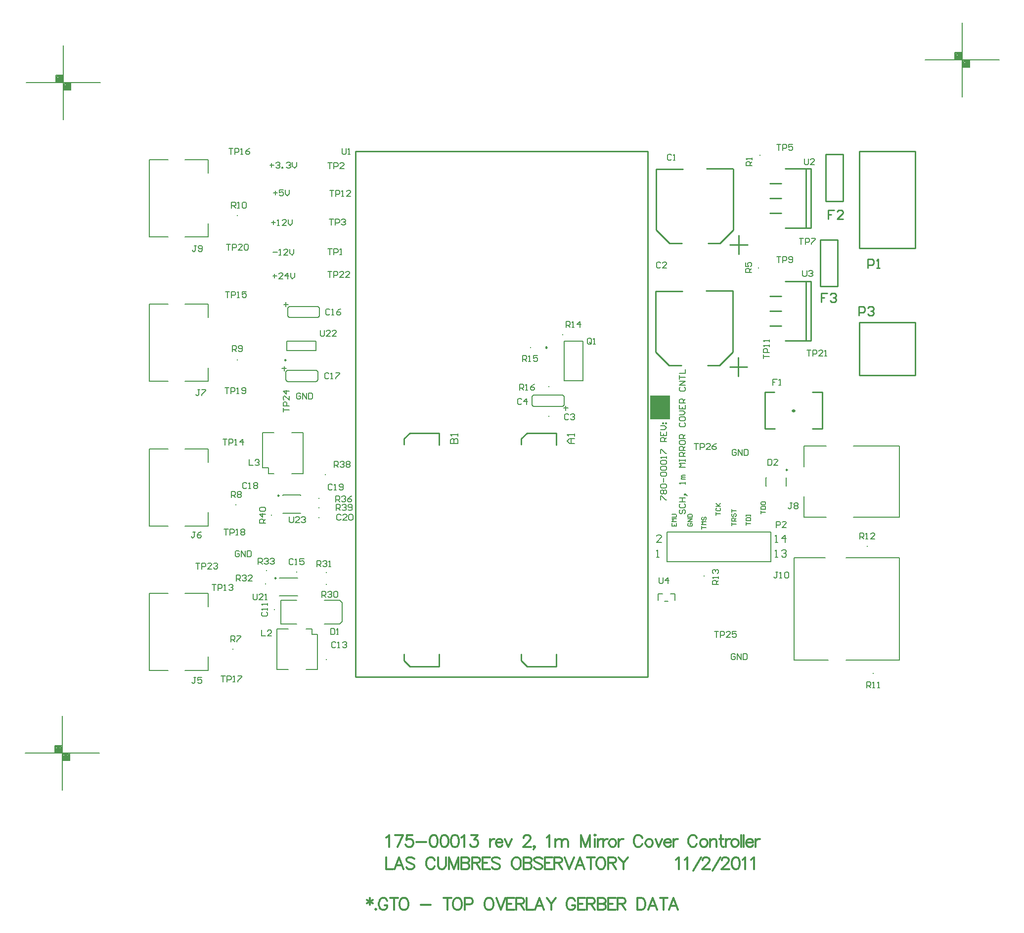
<source format=gto>
%FSLAX23Y23*%
%MOIN*%
G70*
G01*
G75*
G04 Layer_Color=65535*
%ADD10R,0.025X0.100*%
%ADD11R,0.057X0.012*%
%ADD12R,0.025X0.185*%
%ADD13R,0.085X0.138*%
%ADD14R,0.085X0.043*%
%ADD15R,0.085X0.043*%
%ADD16R,0.035X0.053*%
%ADD17R,0.053X0.053*%
%ADD18R,0.070X0.135*%
%ADD19R,0.036X0.036*%
%ADD20R,0.098X0.268*%
%ADD21R,0.078X0.048*%
%ADD22R,0.063X0.075*%
%ADD23R,0.050X0.050*%
%ADD24R,0.079X0.209*%
%ADD25R,0.094X0.130*%
%ADD26O,0.028X0.098*%
%ADD27R,0.087X0.059*%
%ADD28O,0.027X0.010*%
%ADD29R,0.065X0.094*%
%ADD30O,0.024X0.010*%
%ADD31R,0.135X0.070*%
%ADD32R,0.050X0.050*%
%ADD33R,0.115X0.050*%
%ADD34R,0.065X0.135*%
%ADD35C,0.050*%
%ADD36C,0.008*%
%ADD37C,0.005*%
%ADD38C,0.012*%
%ADD39C,0.010*%
%ADD40C,0.020*%
%ADD41C,0.100*%
%ADD42C,0.030*%
%ADD43C,0.025*%
%ADD44C,0.012*%
%ADD45C,0.012*%
%ADD46C,0.060*%
%ADD47C,0.039*%
%ADD48C,0.220*%
%ADD49C,0.020*%
%ADD50C,0.059*%
%ADD51R,0.059X0.059*%
%ADD52C,0.063*%
%ADD53C,0.116*%
%ADD54C,0.065*%
%ADD55C,0.100*%
%ADD56C,0.079*%
%ADD57R,0.059X0.059*%
%ADD58C,0.059*%
%ADD59C,0.087*%
%ADD60R,0.087X0.087*%
%ADD61C,0.157*%
%ADD62C,0.026*%
%ADD63C,0.024*%
%ADD64C,0.050*%
%ADD65C,0.040*%
%ADD66C,0.070*%
G04:AMPARAMS|DCode=67|XSize=90mil|YSize=90mil|CornerRadius=0mil|HoleSize=0mil|Usage=FLASHONLY|Rotation=0.000|XOffset=0mil|YOffset=0mil|HoleType=Round|Shape=Relief|Width=10mil|Gap=10mil|Entries=4|*
%AMTHD67*
7,0,0,0.090,0.070,0.010,45*
%
%ADD67THD67*%
%ADD68C,0.080*%
%ADD69C,0.206*%
%ADD70C,0.075*%
%ADD71C,0.168*%
%ADD72C,0.080*%
%ADD73C,0.103*%
%ADD74C,0.087*%
%ADD75C,0.075*%
%ADD76C,0.076*%
%ADD77C,0.131*%
%ADD78C,0.053*%
G04:AMPARAMS|DCode=79|XSize=110mil|YSize=110mil|CornerRadius=0mil|HoleSize=0mil|Usage=FLASHONLY|Rotation=0.000|XOffset=0mil|YOffset=0mil|HoleType=Round|Shape=Relief|Width=10mil|Gap=10mil|Entries=4|*
%AMTHD79*
7,0,0,0.110,0.090,0.010,45*
%
%ADD79THD79*%
G04:AMPARAMS|DCode=80|XSize=70mil|YSize=70mil|CornerRadius=0mil|HoleSize=0mil|Usage=FLASHONLY|Rotation=0.000|XOffset=0mil|YOffset=0mil|HoleType=Round|Shape=Relief|Width=10mil|Gap=10mil|Entries=4|*
%AMTHD80*
7,0,0,0.070,0.050,0.010,45*
%
%ADD80THD80*%
G04:AMPARAMS|DCode=81|XSize=120mil|YSize=120mil|CornerRadius=0mil|HoleSize=0mil|Usage=FLASHONLY|Rotation=0.000|XOffset=0mil|YOffset=0mil|HoleType=Round|Shape=Relief|Width=10mil|Gap=10mil|Entries=4|*
%AMTHD81*
7,0,0,0.120,0.100,0.010,45*
%
%ADD81THD81*%
%ADD82C,0.068*%
G04:AMPARAMS|DCode=83|XSize=100mil|YSize=100mil|CornerRadius=0mil|HoleSize=0mil|Usage=FLASHONLY|Rotation=0.000|XOffset=0mil|YOffset=0mil|HoleType=Round|Shape=Relief|Width=10mil|Gap=10mil|Entries=4|*
%AMTHD83*
7,0,0,0.100,0.080,0.010,45*
%
%ADD83THD83*%
G04:AMPARAMS|DCode=84|XSize=123mil|YSize=123mil|CornerRadius=0mil|HoleSize=0mil|Usage=FLASHONLY|Rotation=0.000|XOffset=0mil|YOffset=0mil|HoleType=Round|Shape=Relief|Width=10mil|Gap=10mil|Entries=4|*
%AMTHD84*
7,0,0,0.123,0.103,0.010,45*
%
%ADD84THD84*%
G04:AMPARAMS|DCode=85|XSize=95.433mil|YSize=95.433mil|CornerRadius=0mil|HoleSize=0mil|Usage=FLASHONLY|Rotation=0.000|XOffset=0mil|YOffset=0mil|HoleType=Round|Shape=Relief|Width=10mil|Gap=10mil|Entries=4|*
%AMTHD85*
7,0,0,0.095,0.075,0.010,45*
%
%ADD85THD85*%
G04:AMPARAMS|DCode=86|XSize=107.244mil|YSize=107.244mil|CornerRadius=0mil|HoleSize=0mil|Usage=FLASHONLY|Rotation=0.000|XOffset=0mil|YOffset=0mil|HoleType=Round|Shape=Relief|Width=10mil|Gap=10mil|Entries=4|*
%AMTHD86*
7,0,0,0.107,0.087,0.010,45*
%
%ADD86THD86*%
G04:AMPARAMS|DCode=87|XSize=96.221mil|YSize=96.221mil|CornerRadius=0mil|HoleSize=0mil|Usage=FLASHONLY|Rotation=0.000|XOffset=0mil|YOffset=0mil|HoleType=Round|Shape=Relief|Width=10mil|Gap=10mil|Entries=4|*
%AMTHD87*
7,0,0,0.096,0.076,0.010,45*
%
%ADD87THD87*%
G04:AMPARAMS|DCode=88|XSize=150.551mil|YSize=150.551mil|CornerRadius=0mil|HoleSize=0mil|Usage=FLASHONLY|Rotation=0.000|XOffset=0mil|YOffset=0mil|HoleType=Round|Shape=Relief|Width=10mil|Gap=10mil|Entries=4|*
%AMTHD88*
7,0,0,0.151,0.131,0.010,45*
%
%ADD88THD88*%
G04:AMPARAMS|DCode=89|XSize=72.992mil|YSize=72.992mil|CornerRadius=0mil|HoleSize=0mil|Usage=FLASHONLY|Rotation=0.000|XOffset=0mil|YOffset=0mil|HoleType=Round|Shape=Relief|Width=10mil|Gap=10mil|Entries=4|*
%AMTHD89*
7,0,0,0.073,0.053,0.010,45*
%
%ADD89THD89*%
%ADD90C,0.090*%
G04:AMPARAMS|DCode=91|XSize=88mil|YSize=88mil|CornerRadius=0mil|HoleSize=0mil|Usage=FLASHONLY|Rotation=0.000|XOffset=0mil|YOffset=0mil|HoleType=Round|Shape=Relief|Width=10mil|Gap=10mil|Entries=4|*
%AMTHD91*
7,0,0,0.088,0.068,0.010,45*
%
%ADD91THD91*%
%ADD92C,0.010*%
%ADD93C,0.010*%
%ADD94C,0.020*%
%ADD95C,0.008*%
%ADD96C,0.006*%
%ADD97C,0.007*%
%ADD98R,0.136X0.162*%
D36*
X12855Y12680D02*
X12845Y12676D01*
X12841Y12666D01*
Y12618D02*
X12845Y12608D01*
X12855Y12604D01*
X13043D02*
X13053Y12608D01*
X13057Y12618D01*
Y12666D02*
X13053Y12676D01*
X13043Y12680D01*
X14702Y12437D02*
X14712Y12441D01*
X14716Y12451D01*
Y12499D02*
X14712Y12509D01*
X14702Y12513D01*
X14514D02*
X14504Y12509D01*
X14500Y12499D01*
Y12451D02*
X14504Y12441D01*
X14514Y12437D01*
X12866Y13111D02*
X12856Y13107D01*
X12852Y13097D01*
Y13049D02*
X12856Y13039D01*
X12866Y13035D01*
X13054D02*
X13064Y13039D01*
X13068Y13049D01*
Y13097D02*
X13064Y13107D01*
X13054Y13111D01*
X13057Y12618D02*
Y12666D01*
X12841Y12618D02*
Y12666D01*
X12855Y12680D02*
X13043D01*
X12855Y12604D02*
X13043D01*
X14500Y12451D02*
Y12499D01*
X14716Y12451D02*
Y12499D01*
X14514Y12437D02*
X14702D01*
X14514Y12513D02*
X14702D01*
X13068Y13049D02*
Y13097D01*
X12852Y13049D02*
Y13097D01*
X12866Y13111D02*
X13054D01*
X12866Y13035D02*
X13054D01*
X16336Y14107D02*
Y14074D01*
X16343Y14067D01*
X16356D01*
X16363Y14074D01*
Y14107D01*
X16403Y14067D02*
X16376D01*
X16403Y14094D01*
Y14101D01*
X16396Y14107D01*
X16383D01*
X16376Y14101D01*
X13219Y14175D02*
Y14142D01*
X13226Y14135D01*
X13239D01*
X13246Y14142D01*
Y14175D01*
X13259Y14135D02*
X13272D01*
X13266D01*
Y14175D01*
X13259Y14169D01*
X14900Y12864D02*
Y12891D01*
X14893Y12897D01*
X14880D01*
X14873Y12891D01*
Y12864D01*
X14880Y12857D01*
X14893D01*
X14886Y12871D02*
X14900Y12857D01*
X14893D02*
X14900Y12864D01*
X14913Y12857D02*
X14926D01*
X14920D01*
Y12897D01*
X14913Y12891D01*
X16091Y12081D02*
Y12041D01*
X16111D01*
X16118Y12048D01*
Y12075D01*
X16111Y12081D01*
X16091D01*
X16158Y12041D02*
X16131D01*
X16158Y12068D01*
Y12075D01*
X16151Y12081D01*
X16138D01*
X16131Y12075D01*
X15595Y12187D02*
X15622D01*
X15608D01*
Y12147D01*
X15635D02*
Y12187D01*
X15655D01*
X15662Y12181D01*
Y12167D01*
X15655Y12161D01*
X15635D01*
X15702Y12147D02*
X15675D01*
X15702Y12174D01*
Y12181D01*
X15695Y12187D01*
X15682D01*
X15675Y12181D01*
X15742Y12187D02*
X15728Y12181D01*
X15715Y12167D01*
Y12154D01*
X15722Y12147D01*
X15735D01*
X15742Y12154D01*
Y12161D01*
X15735Y12167D01*
X15715D01*
X15357Y11282D02*
Y11248D01*
X15363Y11242D01*
X15377D01*
X15383Y11248D01*
Y11282D01*
X15417Y11242D02*
Y11282D01*
X15397Y11262D01*
X15423D01*
X15439Y14131D02*
X15432Y14137D01*
X15419D01*
X15412Y14131D01*
Y14104D01*
X15419Y14097D01*
X15432D01*
X15439Y14104D01*
X15452Y14097D02*
X15465D01*
X15459D01*
Y14137D01*
X15452Y14131D01*
X13131Y12657D02*
X13124Y12663D01*
X13111D01*
X13104Y12657D01*
Y12630D01*
X13111Y12623D01*
X13124D01*
X13131Y12630D01*
X13144Y12623D02*
X13157D01*
X13151D01*
Y12663D01*
X13144Y12657D01*
X13177Y12663D02*
X13204D01*
Y12657D01*
X13177Y12630D01*
Y12623D01*
X13155Y11906D02*
X13148Y11913D01*
X13135D01*
X13128Y11906D01*
Y11879D01*
X13135Y11873D01*
X13148D01*
X13155Y11879D01*
X13168Y11873D02*
X13181D01*
X13175D01*
Y11913D01*
X13168Y11906D01*
X13201Y11879D02*
X13208Y11873D01*
X13221D01*
X13228Y11879D01*
Y11906D01*
X13221Y11913D01*
X13208D01*
X13201Y11906D01*
Y11899D01*
X13208Y11893D01*
X13228D01*
X14416Y12545D02*
Y12585D01*
X14436D01*
X14443Y12579D01*
Y12565D01*
X14436Y12559D01*
X14416D01*
X14429D02*
X14443Y12545D01*
X14456D02*
X14469D01*
X14463D01*
Y12585D01*
X14456Y12579D01*
X14516Y12585D02*
X14503Y12579D01*
X14489Y12565D01*
Y12552D01*
X14496Y12545D01*
X14509D01*
X14516Y12552D01*
Y12559D01*
X14509Y12565D01*
X14489D01*
X16152Y12619D02*
X16125D01*
Y12599D01*
X16138D01*
X16125D01*
Y12579D01*
X16165D02*
X16178D01*
X16172D01*
Y12619D01*
X16165Y12613D01*
X13142Y10938D02*
Y10898D01*
X13162D01*
X13169Y10904D01*
Y10931D01*
X13162Y10938D01*
X13142D01*
X13182Y10898D02*
X13195D01*
X13189D01*
Y10938D01*
X13182Y10931D01*
X13072Y12948D02*
Y12915D01*
X13079Y12908D01*
X13092D01*
X13099Y12915D01*
Y12948D01*
X13139Y12908D02*
X13112D01*
X13139Y12935D01*
Y12942D01*
X13132Y12948D01*
X13119D01*
X13112Y12942D01*
X13179Y12908D02*
X13152D01*
X13179Y12935D01*
Y12942D01*
X13172Y12948D01*
X13159D01*
X13152Y12942D01*
X16157Y11319D02*
X16143D01*
X16150D01*
Y11286D01*
X16143Y11279D01*
X16137D01*
X16130Y11286D01*
X16170Y11279D02*
X16183D01*
X16177D01*
Y11319D01*
X16170Y11313D01*
X16203D02*
X16210Y11319D01*
X16223D01*
X16230Y11313D01*
Y11286D01*
X16223Y11279D01*
X16210D01*
X16203Y11286D01*
Y11313D01*
X12678Y10928D02*
Y10888D01*
X12705D01*
X12745D02*
X12718D01*
X12745Y10914D01*
Y10921D01*
X12738Y10928D01*
X12725D01*
X12718Y10921D01*
X16147Y11621D02*
Y11661D01*
X16167D01*
X16174Y11655D01*
Y11641D01*
X16167Y11635D01*
X16147D01*
X16214Y11621D02*
X16187D01*
X16214Y11648D01*
Y11655D01*
X16207Y11661D01*
X16194D01*
X16187Y11655D01*
X15373Y11521D02*
X15340D01*
X15373Y11555D01*
Y11563D01*
X15365Y11571D01*
X15348D01*
X15340Y11563D01*
Y11421D02*
X15357D01*
X15348D01*
Y11471D01*
X15340Y11463D01*
X16140Y11521D02*
X16157D01*
X16148D01*
Y11571D01*
X16140Y11563D01*
X16207Y11521D02*
Y11571D01*
X16182Y11546D01*
X16215D01*
X16140Y11421D02*
X16157D01*
X16148D01*
Y11471D01*
X16140Y11463D01*
X16182D02*
X16190Y11471D01*
X16207D01*
X16215Y11463D01*
Y11455D01*
X16207Y11446D01*
X16198D01*
X16207D01*
X16215Y11438D01*
Y11430D01*
X16207Y11421D01*
X16190D01*
X16182Y11430D01*
X12865Y11694D02*
Y11660D01*
X12872Y11654D01*
X12885D01*
X12892Y11660D01*
Y11694D01*
X12932Y11654D02*
X12905D01*
X12932Y11680D01*
Y11687D01*
X12925Y11694D01*
X12912D01*
X12905Y11687D01*
X12945D02*
X12952Y11694D01*
X12965D01*
X12972Y11687D01*
Y11680D01*
X12965Y11674D01*
X12959D01*
X12965D01*
X12972Y11667D01*
Y11660D01*
X12965Y11654D01*
X12952D01*
X12945Y11660D01*
X12620Y11172D02*
Y11138D01*
X12627Y11132D01*
X12640D01*
X12647Y11138D01*
Y11172D01*
X12687Y11132D02*
X12660D01*
X12687Y11158D01*
Y11165D01*
X12680Y11172D01*
X12667D01*
X12660Y11165D01*
X12700Y11132D02*
X12713D01*
X12707D01*
Y11172D01*
X12700Y11165D01*
X16254Y11786D02*
X16240D01*
X16247D01*
Y11753D01*
X16240Y11746D01*
X16234D01*
X16227Y11753D01*
X16267Y11780D02*
X16274Y11786D01*
X16287D01*
X16294Y11780D01*
Y11773D01*
X16287Y11766D01*
X16294Y11760D01*
Y11753D01*
X16287Y11746D01*
X16274D01*
X16267Y11753D01*
Y11760D01*
X16274Y11766D01*
X16267Y11773D01*
Y11780D01*
X16274Y11766D02*
X16287D01*
X16325Y13353D02*
Y13320D01*
X16332Y13313D01*
X16345D01*
X16352Y13320D01*
Y13353D01*
X16365Y13347D02*
X16372Y13353D01*
X16385D01*
X16392Y13347D01*
Y13340D01*
X16385Y13333D01*
X16378D01*
X16385D01*
X16392Y13327D01*
Y13320D01*
X16385Y13313D01*
X16372D01*
X16365Y13320D01*
X16061Y12760D02*
Y12787D01*
Y12773D01*
X16101D01*
Y12800D02*
X16061D01*
Y12820D01*
X16067Y12827D01*
X16081D01*
X16087Y12820D01*
Y12800D01*
X16101Y12840D02*
Y12853D01*
Y12847D01*
X16061D01*
X16067Y12840D01*
X16101Y12873D02*
Y12887D01*
Y12880D01*
X16061D01*
X16067Y12873D01*
X16151Y13445D02*
X16178D01*
X16164D01*
Y13405D01*
X16191D02*
Y13445D01*
X16211D01*
X16218Y13439D01*
Y13425D01*
X16211Y13419D01*
X16191D01*
X16231Y13412D02*
X16238Y13405D01*
X16251D01*
X16258Y13412D01*
Y13439D01*
X16251Y13445D01*
X16238D01*
X16231Y13439D01*
Y13432D01*
X16238Y13425D01*
X16258D01*
X16302Y13568D02*
X16329D01*
X16315D01*
Y13528D01*
X16342D02*
Y13568D01*
X16362D01*
X16369Y13562D01*
Y13548D01*
X16362Y13542D01*
X16342D01*
X16382Y13568D02*
X16409D01*
Y13562D01*
X16382Y13535D01*
Y13528D01*
X16149Y14203D02*
X16176D01*
X16162D01*
Y14163D01*
X16189D02*
Y14203D01*
X16209D01*
X16216Y14197D01*
Y14183D01*
X16209Y14177D01*
X16189D01*
X16256Y14203D02*
X16229D01*
Y14183D01*
X16242Y14190D01*
X16249D01*
X16256Y14183D01*
Y14170D01*
X16249Y14163D01*
X16236D01*
X16229Y14170D01*
X15981Y13339D02*
X15941D01*
Y13359D01*
X15948Y13366D01*
X15961D01*
X15968Y13359D01*
Y13339D01*
Y13353D02*
X15981Y13366D01*
X15941Y13406D02*
Y13379D01*
X15961D01*
X15954Y13393D01*
Y13399D01*
X15961Y13406D01*
X15974D01*
X15981Y13399D01*
Y13386D01*
X15974Y13379D01*
X15983Y14059D02*
X15943D01*
Y14079D01*
X15950Y14086D01*
X15963D01*
X15970Y14079D01*
Y14059D01*
Y14073D02*
X15983Y14086D01*
Y14099D02*
Y14113D01*
Y14106D01*
X15943D01*
X15950Y14099D01*
X12237Y13521D02*
X12223D01*
X12230D01*
Y13488D01*
X12223Y13481D01*
X12217D01*
X12210Y13488D01*
X12250D02*
X12257Y13481D01*
X12270D01*
X12277Y13488D01*
Y13515D01*
X12270Y13521D01*
X12257D01*
X12250Y13515D01*
Y13508D01*
X12257Y13501D01*
X12277D01*
X12261Y12549D02*
X12247D01*
X12254D01*
Y12516D01*
X12247Y12509D01*
X12241D01*
X12234Y12516D01*
X12274Y12549D02*
X12301D01*
Y12543D01*
X12274Y12516D01*
Y12509D01*
X12229Y11591D02*
X12215D01*
X12222D01*
Y11558D01*
X12215Y11551D01*
X12209D01*
X12202Y11558D01*
X12269Y11591D02*
X12255Y11585D01*
X12242Y11571D01*
Y11558D01*
X12249Y11551D01*
X12262D01*
X12269Y11558D01*
Y11565D01*
X12262Y11571D01*
X12242D01*
X12235Y10608D02*
X12221D01*
X12228D01*
Y10575D01*
X12221Y10568D01*
X12215D01*
X12208Y10575D01*
X12275Y10608D02*
X12248D01*
Y10588D01*
X12261Y10595D01*
X12268D01*
X12275Y10588D01*
Y10575D01*
X12268Y10568D01*
X12255D01*
X12248Y10575D01*
X15366Y13403D02*
X15360Y13410D01*
X15346D01*
X15340Y13403D01*
Y13376D01*
X15346Y13370D01*
X15360D01*
X15366Y13376D01*
X15406Y13370D02*
X15380D01*
X15406Y13396D01*
Y13403D01*
X15400Y13410D01*
X15386D01*
X15380Y13403D01*
X12471Y10850D02*
Y10890D01*
X12491D01*
X12498Y10884D01*
Y10870D01*
X12491Y10864D01*
X12471D01*
X12484D02*
X12498Y10850D01*
X12511Y10890D02*
X12538D01*
Y10884D01*
X12511Y10857D01*
Y10850D01*
X12473Y11823D02*
Y11863D01*
X12493D01*
X12500Y11857D01*
Y11843D01*
X12493Y11837D01*
X12473D01*
X12486D02*
X12500Y11823D01*
X12513Y11857D02*
X12520Y11863D01*
X12533D01*
X12540Y11857D01*
Y11850D01*
X12533Y11843D01*
X12540Y11837D01*
Y11830D01*
X12533Y11823D01*
X12520D01*
X12513Y11830D01*
Y11837D01*
X12520Y11843D01*
X12513Y11850D01*
Y11857D01*
X12520Y11843D02*
X12533D01*
X12480Y12806D02*
Y12846D01*
X12500D01*
X12507Y12840D01*
Y12826D01*
X12500Y12820D01*
X12480D01*
X12493D02*
X12507Y12806D01*
X12520Y12813D02*
X12527Y12806D01*
X12540D01*
X12547Y12813D01*
Y12840D01*
X12540Y12846D01*
X12527D01*
X12520Y12840D01*
Y12833D01*
X12527Y12826D01*
X12547D01*
X12475Y13774D02*
Y13814D01*
X12495D01*
X12502Y13808D01*
Y13794D01*
X12495Y13788D01*
X12475D01*
X12488D02*
X12502Y13774D01*
X12515D02*
X12528D01*
X12522D01*
Y13814D01*
X12515Y13808D01*
X12548D02*
X12555Y13814D01*
X12568D01*
X12575Y13808D01*
Y13781D01*
X12568Y13774D01*
X12555D01*
X12548Y13781D01*
Y13808D01*
X16758Y10540D02*
Y10580D01*
X16778D01*
X16785Y10574D01*
Y10560D01*
X16778Y10554D01*
X16758D01*
X16771D02*
X16785Y10540D01*
X16798D02*
X16811D01*
X16805D01*
Y10580D01*
X16798Y10574D01*
X16831Y10540D02*
X16845D01*
X16838D01*
Y10580D01*
X16831Y10574D01*
X16709Y11542D02*
Y11582D01*
X16729D01*
X16736Y11576D01*
Y11562D01*
X16729Y11556D01*
X16709D01*
X16722D02*
X16736Y11542D01*
X16749D02*
X16762D01*
X16756D01*
Y11582D01*
X16749Y11576D01*
X16809Y11542D02*
X16782D01*
X16809Y11569D01*
Y11576D01*
X16802Y11582D01*
X16789D01*
X16782Y11576D01*
X15758Y11235D02*
X15718D01*
Y11255D01*
X15725Y11262D01*
X15738D01*
X15745Y11255D01*
Y11235D01*
Y11249D02*
X15758Y11262D01*
Y11275D02*
Y11289D01*
Y11282D01*
X15718D01*
X15725Y11275D01*
Y11309D02*
X15718Y11315D01*
Y11329D01*
X15725Y11335D01*
X15731D01*
X15738Y11329D01*
Y11322D01*
Y11329D01*
X15745Y11335D01*
X15751D01*
X15758Y11329D01*
Y11315D01*
X15751Y11309D01*
X13135Y13699D02*
X13162D01*
X13148D01*
Y13659D01*
X13175D02*
Y13699D01*
X13195D01*
X13202Y13693D01*
Y13679D01*
X13195Y13673D01*
X13175D01*
X13215Y13693D02*
X13222Y13699D01*
X13235D01*
X13242Y13693D01*
Y13686D01*
X13235Y13679D01*
X13228D01*
X13235D01*
X13242Y13673D01*
Y13666D01*
X13235Y13659D01*
X13222D01*
X13215Y13666D01*
X13166Y12026D02*
Y12066D01*
X13186D01*
X13193Y12060D01*
Y12046D01*
X13186Y12040D01*
X13166D01*
X13179D02*
X13193Y12026D01*
X13206Y12060D02*
X13213Y12066D01*
X13226D01*
X13233Y12060D01*
Y12053D01*
X13226Y12046D01*
X13219D01*
X13226D01*
X13233Y12040D01*
Y12033D01*
X13226Y12026D01*
X13213D01*
X13206Y12033D01*
X13246Y12060D02*
X13253Y12066D01*
X13266D01*
X13273Y12060D01*
Y12053D01*
X13266Y12046D01*
X13273Y12040D01*
Y12033D01*
X13266Y12026D01*
X13253D01*
X13246Y12033D01*
Y12040D01*
X13253Y12046D01*
X13246Y12053D01*
Y12060D01*
X13253Y12046D02*
X13266D01*
X13181Y11735D02*
Y11775D01*
X13201D01*
X13208Y11768D01*
Y11755D01*
X13201Y11748D01*
X13181D01*
X13195D02*
X13208Y11735D01*
X13221Y11768D02*
X13228Y11775D01*
X13241D01*
X13248Y11768D01*
Y11761D01*
X13241Y11755D01*
X13235D01*
X13241D01*
X13248Y11748D01*
Y11741D01*
X13241Y11735D01*
X13228D01*
X13221Y11741D01*
X13261D02*
X13268Y11735D01*
X13281D01*
X13288Y11741D01*
Y11768D01*
X13281Y11775D01*
X13268D01*
X13261Y11768D01*
Y11761D01*
X13268Y11755D01*
X13288D01*
X12594Y12078D02*
Y12038D01*
X12621D01*
X12634Y12071D02*
X12641Y12078D01*
X12654D01*
X12661Y12071D01*
Y12064D01*
X12654Y12058D01*
X12648D01*
X12654D01*
X12661Y12051D01*
Y12044D01*
X12654Y12038D01*
X12641D01*
X12634Y12044D01*
X12577Y11917D02*
X12570Y11924D01*
X12557D01*
X12550Y11917D01*
Y11890D01*
X12557Y11884D01*
X12570D01*
X12577Y11890D01*
X12590Y11884D02*
X12604D01*
X12597D01*
Y11924D01*
X12590Y11917D01*
X12624D02*
X12630Y11924D01*
X12644D01*
X12650Y11917D01*
Y11910D01*
X12644Y11904D01*
X12650Y11897D01*
Y11890D01*
X12644Y11884D01*
X12630D01*
X12624Y11890D01*
Y11897D01*
X12630Y11904D01*
X12624Y11910D01*
Y11917D01*
X12630Y11904D02*
X12644D01*
X13178Y11794D02*
Y11834D01*
X13198D01*
X13205Y11827D01*
Y11814D01*
X13198Y11807D01*
X13178D01*
X13192D02*
X13205Y11794D01*
X13218Y11827D02*
X13225Y11834D01*
X13238D01*
X13245Y11827D01*
Y11820D01*
X13238Y11814D01*
X13232D01*
X13238D01*
X13245Y11807D01*
Y11800D01*
X13238Y11794D01*
X13225D01*
X13218Y11800D01*
X13285Y11834D02*
X13272Y11827D01*
X13258Y11814D01*
Y11800D01*
X13265Y11794D01*
X13278D01*
X13285Y11800D01*
Y11807D01*
X13278Y11814D01*
X13258D01*
X13212Y11702D02*
X13205Y11709D01*
X13192D01*
X13185Y11702D01*
Y11675D01*
X13192Y11669D01*
X13205D01*
X13212Y11675D01*
X13252Y11669D02*
X13225D01*
X13252Y11695D01*
Y11702D01*
X13245Y11709D01*
X13232D01*
X13225Y11702D01*
X13265D02*
X13272Y11709D01*
X13285D01*
X13292Y11702D01*
Y11675D01*
X13285Y11669D01*
X13272D01*
X13265Y11675D01*
Y11702D01*
X12703Y11651D02*
X12663D01*
Y11671D01*
X12670Y11677D01*
X12683D01*
X12690Y11671D01*
Y11651D01*
Y11664D02*
X12703Y11677D01*
Y11711D02*
X12663D01*
X12683Y11691D01*
Y11717D01*
X12670Y11731D02*
X12663Y11737D01*
Y11751D01*
X12670Y11757D01*
X12697D01*
X12703Y11751D01*
Y11737D01*
X12697Y11731D01*
X12670D01*
X12685Y11048D02*
X12678Y11042D01*
Y11028D01*
X12685Y11022D01*
X12711D01*
X12718Y11028D01*
Y11042D01*
X12711Y11048D01*
X12718Y11062D02*
Y11075D01*
Y11068D01*
X12678D01*
X12685Y11062D01*
X12718Y11095D02*
Y11108D01*
Y11102D01*
X12678D01*
X12685Y11095D01*
X12655Y11374D02*
Y11414D01*
X12675D01*
X12682Y11407D01*
Y11394D01*
X12675Y11387D01*
X12655D01*
X12668D02*
X12682Y11374D01*
X12695Y11407D02*
X12702Y11414D01*
X12715D01*
X12722Y11407D01*
Y11400D01*
X12715Y11394D01*
X12708D01*
X12715D01*
X12722Y11387D01*
Y11380D01*
X12715Y11374D01*
X12702D01*
X12695Y11380D01*
X12735Y11407D02*
X12742Y11414D01*
X12755D01*
X12762Y11407D01*
Y11400D01*
X12755Y11394D01*
X12748D01*
X12755D01*
X12762Y11387D01*
Y11380D01*
X12755Y11374D01*
X12742D01*
X12735Y11380D01*
X13049Y11356D02*
Y11396D01*
X13069D01*
X13076Y11389D01*
Y11376D01*
X13069Y11369D01*
X13049D01*
X13062D02*
X13076Y11356D01*
X13089Y11389D02*
X13096Y11396D01*
X13109D01*
X13116Y11389D01*
Y11382D01*
X13109Y11376D01*
X13102D01*
X13109D01*
X13116Y11369D01*
Y11362D01*
X13109Y11356D01*
X13096D01*
X13089Y11362D01*
X13129Y11356D02*
X13142D01*
X13136D01*
Y11396D01*
X13129Y11389D01*
X13082Y11150D02*
Y11190D01*
X13102D01*
X13109Y11183D01*
Y11170D01*
X13102Y11163D01*
X13082D01*
X13095D02*
X13109Y11150D01*
X13122Y11183D02*
X13129Y11190D01*
X13142D01*
X13149Y11183D01*
Y11176D01*
X13142Y11170D01*
X13135D01*
X13142D01*
X13149Y11163D01*
Y11156D01*
X13142Y11150D01*
X13129D01*
X13122Y11156D01*
X13162Y11183D02*
X13169Y11190D01*
X13182D01*
X13189Y11183D01*
Y11156D01*
X13182Y11150D01*
X13169D01*
X13162Y11156D01*
Y11183D01*
X12508Y11258D02*
Y11298D01*
X12528D01*
X12535Y11292D01*
Y11278D01*
X12528Y11272D01*
X12508D01*
X12521D02*
X12535Y11258D01*
X12548Y11292D02*
X12555Y11298D01*
X12568D01*
X12575Y11292D01*
Y11285D01*
X12568Y11278D01*
X12561D01*
X12568D01*
X12575Y11272D01*
Y11265D01*
X12568Y11258D01*
X12555D01*
X12548Y11265D01*
X12615Y11258D02*
X12588D01*
X12615Y11285D01*
Y11292D01*
X12608Y11298D01*
X12595D01*
X12588Y11292D01*
X12889Y11404D02*
X12882Y11411D01*
X12869D01*
X12862Y11404D01*
Y11377D01*
X12869Y11371D01*
X12882D01*
X12889Y11377D01*
X12902Y11371D02*
X12915D01*
X12909D01*
Y11411D01*
X12902Y11404D01*
X12962Y11411D02*
X12935D01*
Y11391D01*
X12949Y11397D01*
X12955D01*
X12962Y11391D01*
Y11377D01*
X12955Y11371D01*
X12942D01*
X12935Y11377D01*
X13178Y10843D02*
X13171Y10850D01*
X13158D01*
X13151Y10843D01*
Y10816D01*
X13158Y10810D01*
X13171D01*
X13178Y10816D01*
X13191Y10810D02*
X13204D01*
X13198D01*
Y10850D01*
X13191Y10843D01*
X13224D02*
X13231Y10850D01*
X13244D01*
X13251Y10843D01*
Y10836D01*
X13244Y10830D01*
X13238D01*
X13244D01*
X13251Y10823D01*
Y10816D01*
X13244Y10810D01*
X13231D01*
X13224Y10816D01*
X13125Y14080D02*
X13152D01*
X13138D01*
Y14040D01*
X13165D02*
Y14080D01*
X13185D01*
X13192Y14074D01*
Y14060D01*
X13185Y14054D01*
X13165D01*
X13232Y14040D02*
X13205D01*
X13232Y14067D01*
Y14074D01*
X13225Y14080D01*
X13212D01*
X13205Y14074D01*
X14747Y12379D02*
X14740Y12385D01*
X14727D01*
X14720Y12379D01*
Y12352D01*
X14727Y12345D01*
X14740D01*
X14747Y12352D01*
X14760Y12379D02*
X14767Y12385D01*
X14780D01*
X14787Y12379D01*
Y12372D01*
X14780Y12365D01*
X14773D01*
X14780D01*
X14787Y12359D01*
Y12352D01*
X14780Y12345D01*
X14767D01*
X14760Y12352D01*
X14431Y12483D02*
X14424Y12489D01*
X14411D01*
X14404Y12483D01*
Y12456D01*
X14411Y12449D01*
X14424D01*
X14431Y12456D01*
X14464Y12449D02*
Y12489D01*
X14444Y12469D01*
X14471D01*
X13137Y13088D02*
X13130Y13094D01*
X13117D01*
X13110Y13088D01*
Y13061D01*
X13117Y13054D01*
X13130D01*
X13137Y13061D01*
X13150Y13054D02*
X13163D01*
X13157D01*
Y13094D01*
X13150Y13088D01*
X13210Y13094D02*
X13197Y13088D01*
X13183Y13074D01*
Y13061D01*
X13190Y13054D01*
X13203D01*
X13210Y13061D01*
Y13068D01*
X13203Y13074D01*
X13183D01*
X14731Y12969D02*
Y13009D01*
X14751D01*
X14758Y13003D01*
Y12989D01*
X14751Y12983D01*
X14731D01*
X14744D02*
X14758Y12969D01*
X14771D02*
X14784D01*
X14778D01*
Y13009D01*
X14771Y13003D01*
X14824Y12969D02*
Y13009D01*
X14804Y12989D01*
X14831D01*
X14438Y12738D02*
Y12778D01*
X14458D01*
X14465Y12772D01*
Y12758D01*
X14458Y12752D01*
X14438D01*
X14451D02*
X14465Y12738D01*
X14478D02*
X14491D01*
X14485D01*
Y12778D01*
X14478Y12772D01*
X14538Y12778D02*
X14511D01*
Y12758D01*
X14525Y12765D01*
X14531D01*
X14538Y12758D01*
Y12745D01*
X14531Y12738D01*
X14518D01*
X14511Y12745D01*
X13125Y13500D02*
X13152D01*
X13138D01*
Y13460D01*
X13165D02*
Y13500D01*
X13185D01*
X13192Y13494D01*
Y13480D01*
X13185Y13474D01*
X13165D01*
X13205Y13460D02*
X13218D01*
X13212D01*
Y13500D01*
X13205Y13494D01*
X13136Y13892D02*
X13163D01*
X13149D01*
Y13852D01*
X13176D02*
Y13892D01*
X13196D01*
X13203Y13886D01*
Y13872D01*
X13196Y13866D01*
X13176D01*
X13216Y13852D02*
X13229D01*
X13223D01*
Y13892D01*
X13216Y13886D01*
X13276Y13852D02*
X13249D01*
X13276Y13879D01*
Y13886D01*
X13269Y13892D01*
X13256D01*
X13249Y13886D01*
X12344Y11236D02*
X12371D01*
X12357D01*
Y11196D01*
X12384D02*
Y11236D01*
X12404D01*
X12411Y11230D01*
Y11216D01*
X12404Y11210D01*
X12384D01*
X12424Y11196D02*
X12437D01*
X12431D01*
Y11236D01*
X12424Y11230D01*
X12457D02*
X12464Y11236D01*
X12477D01*
X12484Y11230D01*
Y11223D01*
X12477Y11216D01*
X12471D01*
X12477D01*
X12484Y11210D01*
Y11203D01*
X12477Y11196D01*
X12464D01*
X12457Y11203D01*
X12416Y12215D02*
X12443D01*
X12429D01*
Y12175D01*
X12456D02*
Y12215D01*
X12476D01*
X12483Y12209D01*
Y12195D01*
X12476Y12189D01*
X12456D01*
X12496Y12175D02*
X12509D01*
X12503D01*
Y12215D01*
X12496Y12209D01*
X12549Y12175D02*
Y12215D01*
X12529Y12195D01*
X12556D01*
X12433Y13211D02*
X12460D01*
X12446D01*
Y13171D01*
X12473D02*
Y13211D01*
X12493D01*
X12500Y13205D01*
Y13191D01*
X12493Y13185D01*
X12473D01*
X12513Y13171D02*
X12526D01*
X12520D01*
Y13211D01*
X12513Y13205D01*
X12573Y13211D02*
X12546D01*
Y13191D01*
X12560Y13198D01*
X12566D01*
X12573Y13191D01*
Y13178D01*
X12566Y13171D01*
X12553D01*
X12546Y13178D01*
X12456Y14175D02*
X12483D01*
X12469D01*
Y14135D01*
X12496D02*
Y14175D01*
X12516D01*
X12523Y14169D01*
Y14155D01*
X12516Y14149D01*
X12496D01*
X12536Y14135D02*
X12549D01*
X12543D01*
Y14175D01*
X12536Y14169D01*
X12596Y14175D02*
X12583Y14169D01*
X12569Y14155D01*
Y14142D01*
X12576Y14135D01*
X12589D01*
X12596Y14142D01*
Y14149D01*
X12589Y14155D01*
X12569D01*
X12405Y10620D02*
X12432D01*
X12418D01*
Y10580D01*
X12445D02*
Y10620D01*
X12465D01*
X12472Y10614D01*
Y10600D01*
X12465Y10594D01*
X12445D01*
X12485Y10580D02*
X12498D01*
X12492D01*
Y10620D01*
X12485Y10614D01*
X12518Y10620D02*
X12545D01*
Y10614D01*
X12518Y10587D01*
Y10580D01*
X12425Y11608D02*
X12452D01*
X12438D01*
Y11568D01*
X12465D02*
Y11608D01*
X12485D01*
X12492Y11602D01*
Y11588D01*
X12485Y11582D01*
X12465D01*
X12505Y11568D02*
X12518D01*
X12512D01*
Y11608D01*
X12505Y11602D01*
X12538D02*
X12545Y11608D01*
X12558D01*
X12565Y11602D01*
Y11595D01*
X12558Y11588D01*
X12565Y11582D01*
Y11575D01*
X12558Y11568D01*
X12545D01*
X12538Y11575D01*
Y11582D01*
X12545Y11588D01*
X12538Y11595D01*
Y11602D01*
X12545Y11588D02*
X12558D01*
X12431Y12563D02*
X12458D01*
X12444D01*
Y12523D01*
X12471D02*
Y12563D01*
X12491D01*
X12498Y12557D01*
Y12543D01*
X12491Y12537D01*
X12471D01*
X12511Y12523D02*
X12524D01*
X12518D01*
Y12563D01*
X12511Y12557D01*
X12544Y12530D02*
X12551Y12523D01*
X12564D01*
X12571Y12530D01*
Y12557D01*
X12564Y12563D01*
X12551D01*
X12544Y12557D01*
Y12550D01*
X12551Y12543D01*
X12571D01*
X12439Y13531D02*
X12466D01*
X12452D01*
Y13491D01*
X12479D02*
Y13531D01*
X12499D01*
X12506Y13525D01*
Y13511D01*
X12499Y13505D01*
X12479D01*
X12546Y13491D02*
X12519D01*
X12546Y13518D01*
Y13525D01*
X12539Y13531D01*
X12526D01*
X12519Y13525D01*
X12559D02*
X12566Y13531D01*
X12579D01*
X12586Y13525D01*
Y13498D01*
X12579Y13491D01*
X12566D01*
X12559Y13498D01*
Y13525D01*
X16353Y12816D02*
X16379D01*
X16366D01*
Y12776D01*
X16393D02*
Y12816D01*
X16413D01*
X16419Y12809D01*
Y12796D01*
X16413Y12789D01*
X16393D01*
X16459Y12776D02*
X16433D01*
X16459Y12802D01*
Y12809D01*
X16452Y12816D01*
X16439D01*
X16433Y12809D01*
X16472Y12776D02*
X16486D01*
X16479D01*
Y12816D01*
X16472Y12809D01*
X13124Y13347D02*
X13151D01*
X13137D01*
Y13307D01*
X13164D02*
Y13347D01*
X13184D01*
X13191Y13341D01*
Y13327D01*
X13184Y13321D01*
X13164D01*
X13231Y13307D02*
X13204D01*
X13231Y13334D01*
Y13341D01*
X13224Y13347D01*
X13211D01*
X13204Y13341D01*
X13271Y13307D02*
X13244D01*
X13271Y13334D01*
Y13341D01*
X13264Y13347D01*
X13251D01*
X13244Y13341D01*
X12233Y11381D02*
X12260D01*
X12246D01*
Y11341D01*
X12273D02*
Y11381D01*
X12293D01*
X12300Y11375D01*
Y11361D01*
X12293Y11355D01*
X12273D01*
X12340Y11341D02*
X12313D01*
X12340Y11368D01*
Y11375D01*
X12333Y11381D01*
X12320D01*
X12313Y11375D01*
X12353D02*
X12360Y11381D01*
X12373D01*
X12380Y11375D01*
Y11368D01*
X12373Y11361D01*
X12366D01*
X12373D01*
X12380Y11355D01*
Y11348D01*
X12373Y11341D01*
X12360D01*
X12353Y11348D01*
X12822Y12401D02*
Y12427D01*
Y12414D01*
X12862D01*
Y12441D02*
X12822D01*
Y12461D01*
X12828Y12467D01*
X12842D01*
X12848Y12461D01*
Y12441D01*
X12862Y12507D02*
Y12481D01*
X12835Y12507D01*
X12828D01*
X12822Y12501D01*
Y12487D01*
X12828Y12481D01*
X12862Y12541D02*
X12822D01*
X12842Y12521D01*
Y12547D01*
X15730Y10921D02*
X15756D01*
X15743D01*
Y10881D01*
X15770D02*
Y10921D01*
X15790D01*
X15796Y10914D01*
Y10901D01*
X15790Y10894D01*
X15770D01*
X15836Y10881D02*
X15810D01*
X15836Y10907D01*
Y10914D01*
X15829Y10921D01*
X15816D01*
X15810Y10914D01*
X15876Y10921D02*
X15849D01*
Y10901D01*
X15863Y10907D01*
X15869D01*
X15876Y10901D01*
Y10887D01*
X15869Y10881D01*
X15856D01*
X15849Y10887D01*
X12732Y14063D02*
X12759D01*
X12745Y14077D02*
Y14050D01*
X12772Y14077D02*
X12779Y14083D01*
X12792D01*
X12799Y14077D01*
Y14070D01*
X12792Y14063D01*
X12785D01*
X12792D01*
X12799Y14057D01*
Y14050D01*
X12792Y14043D01*
X12779D01*
X12772Y14050D01*
X12812Y14043D02*
Y14050D01*
X12819D01*
Y14043D01*
X12812D01*
X12845Y14077D02*
X12852Y14083D01*
X12865D01*
X12872Y14077D01*
Y14070D01*
X12865Y14063D01*
X12859D01*
X12865D01*
X12872Y14057D01*
Y14050D01*
X12865Y14043D01*
X12852D01*
X12845Y14050D01*
X12885Y14083D02*
Y14057D01*
X12899Y14043D01*
X12912Y14057D01*
Y14083D01*
X12758Y13876D02*
X12785D01*
X12771Y13890D02*
Y13863D01*
X12825Y13896D02*
X12798D01*
Y13876D01*
X12811Y13883D01*
X12818D01*
X12825Y13876D01*
Y13863D01*
X12818Y13856D01*
X12805D01*
X12798Y13863D01*
X12838Y13896D02*
Y13870D01*
X12851Y13856D01*
X12865Y13870D01*
Y13896D01*
X12743Y13677D02*
X12770D01*
X12756Y13691D02*
Y13664D01*
X12783Y13657D02*
X12796D01*
X12790D01*
Y13697D01*
X12783Y13691D01*
X12843Y13657D02*
X12816D01*
X12843Y13684D01*
Y13691D01*
X12836Y13697D01*
X12823D01*
X12816Y13691D01*
X12856Y13697D02*
Y13671D01*
X12870Y13657D01*
X12883Y13671D01*
Y13697D01*
X12755Y13477D02*
X12782D01*
X12795Y13457D02*
X12808D01*
X12802D01*
Y13497D01*
X12795Y13491D01*
X12855Y13457D02*
X12828D01*
X12855Y13484D01*
Y13491D01*
X12848Y13497D01*
X12835D01*
X12828Y13491D01*
X12868Y13497D02*
Y13471D01*
X12882Y13457D01*
X12895Y13471D01*
Y13497D01*
X12752Y13317D02*
X12779D01*
X12765Y13331D02*
Y13304D01*
X12819Y13297D02*
X12792D01*
X12819Y13324D01*
Y13331D01*
X12812Y13337D01*
X12799D01*
X12792Y13331D01*
X12852Y13297D02*
Y13337D01*
X12832Y13317D01*
X12859D01*
X12872Y13337D02*
Y13311D01*
X12885Y13297D01*
X12899Y13311D01*
Y13337D01*
X12940Y12520D02*
X12933Y12526D01*
X12920D01*
X12913Y12520D01*
Y12493D01*
X12920Y12486D01*
X12933D01*
X12940Y12493D01*
Y12506D01*
X12926D01*
X12953Y12486D02*
Y12526D01*
X12980Y12486D01*
Y12526D01*
X12993D02*
Y12486D01*
X13013D01*
X13020Y12493D01*
Y12520D01*
X13013Y12526D01*
X12993D01*
X12526Y11458D02*
X12519Y11464D01*
X12506D01*
X12499Y11458D01*
Y11431D01*
X12506Y11424D01*
X12519D01*
X12526Y11431D01*
Y11444D01*
X12512D01*
X12539Y11424D02*
Y11464D01*
X12566Y11424D01*
Y11464D01*
X12579D02*
Y11424D01*
X12599D01*
X12606Y11431D01*
Y11458D01*
X12599Y11464D01*
X12579D01*
X15871Y10763D02*
X15864Y10769D01*
X15851D01*
X15844Y10763D01*
Y10736D01*
X15851Y10729D01*
X15864D01*
X15871Y10736D01*
Y10749D01*
X15857D01*
X15884Y10729D02*
Y10769D01*
X15911Y10729D01*
Y10769D01*
X15924D02*
Y10729D01*
X15944D01*
X15951Y10736D01*
Y10763D01*
X15944Y10769D01*
X15924D01*
X15878Y12139D02*
X15871Y12145D01*
X15858D01*
X15851Y12139D01*
Y12112D01*
X15858Y12105D01*
X15871D01*
X15878Y12112D01*
Y12125D01*
X15864D01*
X15891Y12105D02*
Y12145D01*
X15918Y12105D01*
Y12145D01*
X15931D02*
Y12105D01*
X15951D01*
X15958Y12112D01*
Y12139D01*
X15951Y12145D01*
X15931D01*
X15368Y11807D02*
Y11834D01*
X15375D01*
X15401Y11807D01*
X15408D01*
X15375Y11847D02*
X15368Y11854D01*
Y11867D01*
X15375Y11874D01*
X15381D01*
X15388Y11867D01*
X15395Y11874D01*
X15401D01*
X15408Y11867D01*
Y11854D01*
X15401Y11847D01*
X15395D01*
X15388Y11854D01*
X15381Y11847D01*
X15375D01*
X15388Y11854D02*
Y11867D01*
X15375Y11887D02*
X15368Y11894D01*
Y11907D01*
X15375Y11914D01*
X15401D01*
X15408Y11907D01*
Y11894D01*
X15401Y11887D01*
X15375D01*
X15388Y11927D02*
Y11954D01*
X15375Y11967D02*
X15368Y11974D01*
Y11987D01*
X15375Y11994D01*
X15401D01*
X15408Y11987D01*
Y11974D01*
X15401Y11967D01*
X15375D01*
Y12007D02*
X15368Y12014D01*
Y12027D01*
X15375Y12034D01*
X15401D01*
X15408Y12027D01*
Y12014D01*
X15401Y12007D01*
X15375D01*
Y12047D02*
X15368Y12054D01*
Y12067D01*
X15375Y12074D01*
X15401D01*
X15408Y12067D01*
Y12054D01*
X15401Y12047D01*
X15375D01*
X15408Y12087D02*
Y12100D01*
Y12094D01*
X15368D01*
X15375Y12087D01*
X15368Y12120D02*
Y12147D01*
X15375D01*
X15401Y12120D01*
X15408D01*
Y12200D02*
X15368D01*
Y12220D01*
X15375Y12227D01*
X15388D01*
X15395Y12220D01*
Y12200D01*
Y12214D02*
X15408Y12227D01*
X15368Y12267D02*
Y12240D01*
X15408D01*
Y12267D01*
X15388Y12240D02*
Y12254D01*
X15368Y12280D02*
X15395D01*
X15408Y12294D01*
X15395Y12307D01*
X15368D01*
X15381Y12320D02*
Y12327D01*
X15388D01*
Y12320D01*
X15381D01*
X15401D02*
Y12327D01*
X15408D01*
Y12320D01*
X15401D01*
X15501Y11741D02*
X15494Y11734D01*
Y11721D01*
X15501Y11714D01*
X15507D01*
X15514Y11721D01*
Y11734D01*
X15521Y11741D01*
X15527D01*
X15534Y11734D01*
Y11721D01*
X15527Y11714D01*
X15501Y11781D02*
X15494Y11774D01*
Y11761D01*
X15501Y11754D01*
X15527D01*
X15534Y11761D01*
Y11774D01*
X15527Y11781D01*
X15494Y11794D02*
X15534D01*
X15514D01*
Y11821D01*
X15494D01*
X15534D01*
X15541Y11841D02*
X15534Y11847D01*
X15527D01*
Y11841D01*
X15534D01*
Y11847D01*
X15541Y11841D01*
X15547Y11834D01*
X15534Y11914D02*
Y11927D01*
Y11921D01*
X15494D01*
X15501Y11914D01*
X15534Y11947D02*
X15507D01*
Y11954D01*
X15514Y11961D01*
X15534D01*
X15514D01*
X15507Y11967D01*
X15514Y11974D01*
X15534D01*
Y12027D02*
X15494D01*
X15507Y12041D01*
X15494Y12054D01*
X15534D01*
X15494Y12067D02*
Y12081D01*
Y12074D01*
X15534D01*
Y12067D01*
Y12081D01*
Y12100D02*
X15494D01*
Y12120D01*
X15501Y12127D01*
X15514D01*
X15521Y12120D01*
Y12100D01*
Y12114D02*
X15534Y12127D01*
Y12140D02*
X15494D01*
Y12160D01*
X15501Y12167D01*
X15514D01*
X15521Y12160D01*
Y12140D01*
Y12154D02*
X15534Y12167D01*
X15494Y12200D02*
Y12187D01*
X15501Y12180D01*
X15527D01*
X15534Y12187D01*
Y12200D01*
X15527Y12207D01*
X15501D01*
X15494Y12200D01*
X15534Y12220D02*
X15494D01*
Y12240D01*
X15501Y12247D01*
X15514D01*
X15521Y12240D01*
Y12220D01*
Y12234D02*
X15534Y12247D01*
X15501Y12327D02*
X15494Y12320D01*
Y12307D01*
X15501Y12300D01*
X15527D01*
X15534Y12307D01*
Y12320D01*
X15527Y12327D01*
X15494Y12360D02*
Y12347D01*
X15501Y12340D01*
X15527D01*
X15534Y12347D01*
Y12360D01*
X15527Y12367D01*
X15501D01*
X15494Y12360D01*
Y12380D02*
X15521D01*
X15534Y12394D01*
X15521Y12407D01*
X15494D01*
Y12447D02*
Y12420D01*
X15534D01*
Y12447D01*
X15514Y12420D02*
Y12434D01*
X15534Y12460D02*
X15494D01*
Y12480D01*
X15501Y12487D01*
X15514D01*
X15521Y12480D01*
Y12460D01*
Y12474D02*
X15534Y12487D01*
X15501Y12567D02*
X15494Y12560D01*
Y12547D01*
X15501Y12540D01*
X15527D01*
X15534Y12547D01*
Y12560D01*
X15527Y12567D01*
X15534Y12580D02*
X15494D01*
X15534Y12607D01*
X15494D01*
Y12620D02*
Y12647D01*
Y12634D01*
X15534D01*
X15494Y12660D02*
X15534D01*
Y12687D01*
X11311Y14643D02*
X11321D01*
X11311Y14638D02*
Y14648D01*
Y14638D02*
X11321D01*
Y14648D01*
X11311D02*
X11321D01*
X11306Y14633D02*
Y14648D01*
Y14633D02*
X11326D01*
Y14653D01*
X11306D02*
X11326D01*
X11301Y14628D02*
Y14653D01*
Y14628D02*
X11331D01*
Y14658D01*
X11301D02*
X11331D01*
X11296Y14623D02*
Y14663D01*
Y14623D02*
X11336D01*
Y14663D01*
X11296D02*
X11336D01*
X11361Y14593D02*
X11371D01*
X11361Y14588D02*
Y14598D01*
Y14588D02*
X11371D01*
Y14598D01*
X11361D02*
X11371D01*
X11356Y14583D02*
Y14598D01*
Y14583D02*
X11376D01*
Y14603D01*
X11356D02*
X11376D01*
X11351Y14578D02*
Y14603D01*
Y14578D02*
X11381D01*
Y14608D01*
X11351D02*
X11381D01*
X11346Y14573D02*
Y14613D01*
Y14573D02*
X11386D01*
Y14613D01*
X11346D02*
X11386D01*
X11341Y14568D02*
X11391D01*
Y14618D01*
X11291Y14668D02*
X11341D01*
X11291Y14618D02*
Y14668D01*
X11341Y14368D02*
Y14868D01*
X11091Y14618D02*
X11591D01*
X11302Y10123D02*
X11312D01*
X11302Y10118D02*
Y10128D01*
Y10118D02*
X11312D01*
Y10128D01*
X11302D02*
X11312D01*
X11297Y10113D02*
Y10128D01*
Y10113D02*
X11317D01*
Y10133D01*
X11297D02*
X11317D01*
X11292Y10108D02*
Y10133D01*
Y10108D02*
X11322D01*
Y10138D01*
X11292D02*
X11322D01*
X11287Y10103D02*
Y10143D01*
Y10103D02*
X11327D01*
Y10143D01*
X11287D02*
X11327D01*
X11352Y10073D02*
X11362D01*
X11352Y10068D02*
Y10078D01*
Y10068D02*
X11362D01*
Y10078D01*
X11352D02*
X11362D01*
X11347Y10063D02*
Y10078D01*
Y10063D02*
X11367D01*
Y10083D01*
X11347D02*
X11367D01*
X11342Y10058D02*
Y10083D01*
Y10058D02*
X11372D01*
Y10088D01*
X11342D02*
X11372D01*
X11337Y10053D02*
Y10093D01*
Y10053D02*
X11377D01*
Y10093D01*
X11337D02*
X11377D01*
X11332Y10048D02*
X11382D01*
Y10098D01*
X11282Y10148D02*
X11332D01*
X11282Y10098D02*
Y10148D01*
X11332Y9848D02*
Y10348D01*
X11082Y10098D02*
X11582D01*
X17370Y14798D02*
X17380D01*
X17370Y14793D02*
Y14803D01*
Y14793D02*
X17380Y14793D01*
X17380Y14803D01*
X17370D02*
X17380D01*
X17365Y14788D02*
Y14803D01*
Y14788D02*
X17385D01*
Y14808D01*
X17365Y14808D02*
X17385Y14808D01*
X17360Y14783D02*
Y14808D01*
Y14783D02*
X17390D01*
Y14813D01*
X17360D02*
X17390D01*
X17355Y14778D02*
Y14818D01*
Y14778D02*
X17395D01*
Y14818D01*
X17355D02*
X17395D01*
X17420Y14748D02*
X17430D01*
X17420Y14743D02*
X17420Y14753D01*
X17420Y14743D02*
X17430D01*
Y14753D01*
X17420Y14753D02*
X17430Y14753D01*
X17415Y14738D02*
Y14753D01*
Y14738D02*
X17435Y14738D01*
X17435Y14758D02*
X17435Y14738D01*
X17415Y14758D02*
X17435D01*
X17410Y14733D02*
Y14758D01*
Y14733D02*
X17440D01*
Y14763D01*
X17410D02*
X17440D01*
X17405Y14728D02*
Y14768D01*
Y14728D02*
X17445D01*
Y14768D01*
X17405D02*
X17445D01*
X17400Y14723D02*
X17450Y14723D01*
X17450Y14773D02*
X17450Y14723D01*
X17350Y14823D02*
X17400Y14823D01*
X17350Y14823D02*
X17350Y14773D01*
X17400Y14523D02*
Y15023D01*
X17150Y14773D02*
X17650D01*
D37*
X15444Y11649D02*
Y11629D01*
X15474D01*
Y11649D01*
X15459Y11629D02*
Y11639D01*
X15474Y11659D02*
X15444D01*
X15454Y11669D01*
X15444Y11679D01*
X15474D01*
X15444Y11689D02*
X15469D01*
X15474Y11694D01*
Y11704D01*
X15469Y11709D01*
X15444D01*
X15644Y11611D02*
Y11631D01*
Y11621D01*
X15674D01*
Y11641D02*
X15644D01*
X15654Y11651D01*
X15644Y11661D01*
X15674D01*
X15649Y11691D02*
X15644Y11686D01*
Y11676D01*
X15649Y11671D01*
X15654D01*
X15659Y11676D01*
Y11686D01*
X15664Y11691D01*
X15669D01*
X15674Y11686D01*
Y11676D01*
X15669Y11671D01*
X15741Y11702D02*
Y11722D01*
Y11712D01*
X15771D01*
X15746Y11752D02*
X15741Y11747D01*
Y11737D01*
X15746Y11732D01*
X15766D01*
X15771Y11737D01*
Y11747D01*
X15766Y11752D01*
X15741Y11762D02*
X15771D01*
X15761D01*
X15741Y11782D01*
X15756Y11767D01*
X15771Y11782D01*
X15846Y11634D02*
Y11654D01*
Y11644D01*
X15876D01*
Y11664D02*
X15846D01*
Y11679D01*
X15851Y11684D01*
X15861D01*
X15866Y11679D01*
Y11664D01*
Y11674D02*
X15876Y11684D01*
X15851Y11714D02*
X15846Y11709D01*
Y11699D01*
X15851Y11694D01*
X15856D01*
X15861Y11699D01*
Y11709D01*
X15866Y11714D01*
X15871D01*
X15876Y11709D01*
Y11699D01*
X15871Y11694D01*
X15846Y11724D02*
Y11744D01*
Y11734D01*
X15876D01*
X15944Y11637D02*
Y11657D01*
Y11647D01*
X15974D01*
X15944Y11667D02*
X15974D01*
Y11682D01*
X15969Y11687D01*
X15949D01*
X15944Y11682D01*
Y11667D01*
Y11697D02*
Y11707D01*
Y11702D01*
X15974D01*
Y11697D01*
Y11707D01*
X16044Y11713D02*
Y11733D01*
Y11723D01*
X16074D01*
X16044Y11743D02*
X16074D01*
Y11758D01*
X16069Y11763D01*
X16049D01*
X16044Y11758D01*
Y11743D01*
Y11788D02*
Y11778D01*
X16049Y11773D01*
X16069D01*
X16074Y11778D01*
Y11788D01*
X16069Y11793D01*
X16049D01*
X16044Y11788D01*
X15556Y11649D02*
X15551Y11644D01*
Y11634D01*
X15556Y11629D01*
X15576D01*
X15581Y11634D01*
Y11644D01*
X15576Y11649D01*
X15566D01*
Y11639D01*
X15581Y11659D02*
X15551D01*
X15581Y11679D01*
X15551D01*
Y11689D02*
X15581D01*
Y11704D01*
X15576Y11709D01*
X15556D01*
X15551Y11704D01*
Y11689D01*
D38*
X13518Y9531D02*
X13526Y9535D01*
X13537Y9546D01*
Y9466D01*
X13630Y9546D02*
X13592Y9466D01*
X13577Y9546D02*
X13630D01*
X13694D02*
X13656D01*
X13652Y9512D01*
X13656Y9516D01*
X13667Y9520D01*
X13679D01*
X13690Y9516D01*
X13698Y9508D01*
X13701Y9497D01*
Y9489D01*
X13698Y9478D01*
X13690Y9470D01*
X13679Y9466D01*
X13667D01*
X13656Y9470D01*
X13652Y9474D01*
X13648Y9482D01*
X13719Y9501D02*
X13788D01*
X13834Y9546D02*
X13823Y9543D01*
X13815Y9531D01*
X13811Y9512D01*
Y9501D01*
X13815Y9482D01*
X13823Y9470D01*
X13834Y9466D01*
X13842D01*
X13853Y9470D01*
X13861Y9482D01*
X13865Y9501D01*
Y9512D01*
X13861Y9531D01*
X13853Y9543D01*
X13842Y9546D01*
X13834D01*
X13906D02*
X13894Y9543D01*
X13886Y9531D01*
X13883Y9512D01*
Y9501D01*
X13886Y9482D01*
X13894Y9470D01*
X13906Y9466D01*
X13913D01*
X13925Y9470D01*
X13932Y9482D01*
X13936Y9501D01*
Y9512D01*
X13932Y9531D01*
X13925Y9543D01*
X13913Y9546D01*
X13906D01*
X13977D02*
X13965Y9543D01*
X13958Y9531D01*
X13954Y9512D01*
Y9501D01*
X13958Y9482D01*
X13965Y9470D01*
X13977Y9466D01*
X13984D01*
X13996Y9470D01*
X14003Y9482D01*
X14007Y9501D01*
Y9512D01*
X14003Y9531D01*
X13996Y9543D01*
X13984Y9546D01*
X13977D01*
X14025Y9531D02*
X14033Y9535D01*
X14044Y9546D01*
Y9466D01*
X14091Y9546D02*
X14133D01*
X14110Y9516D01*
X14122D01*
X14129Y9512D01*
X14133Y9508D01*
X14137Y9497D01*
Y9489D01*
X14133Y9478D01*
X14126Y9470D01*
X14114Y9466D01*
X14103D01*
X14091Y9470D01*
X14088Y9474D01*
X14084Y9482D01*
X14218Y9520D02*
Y9466D01*
Y9497D02*
X14222Y9508D01*
X14229Y9516D01*
X14237Y9520D01*
X14248D01*
X14256Y9497D02*
X14301D01*
Y9504D01*
X14297Y9512D01*
X14294Y9516D01*
X14286Y9520D01*
X14275D01*
X14267Y9516D01*
X14259Y9508D01*
X14256Y9497D01*
Y9489D01*
X14259Y9478D01*
X14267Y9470D01*
X14275Y9466D01*
X14286D01*
X14294Y9470D01*
X14301Y9478D01*
X14318Y9520D02*
X14341Y9466D01*
X14364Y9520D02*
X14341Y9466D01*
X14444Y9527D02*
Y9531D01*
X14447Y9539D01*
X14451Y9543D01*
X14459Y9546D01*
X14474D01*
X14482Y9543D01*
X14486Y9539D01*
X14489Y9531D01*
Y9523D01*
X14486Y9516D01*
X14478Y9504D01*
X14440Y9466D01*
X14493D01*
X14519Y9470D02*
X14515Y9466D01*
X14511Y9470D01*
X14515Y9474D01*
X14519Y9470D01*
Y9463D01*
X14515Y9455D01*
X14511Y9451D01*
X14599Y9531D02*
X14607Y9535D01*
X14618Y9546D01*
Y9466D01*
X14658Y9520D02*
Y9466D01*
Y9504D02*
X14669Y9516D01*
X14677Y9520D01*
X14688D01*
X14696Y9516D01*
X14700Y9504D01*
Y9466D01*
Y9504D02*
X14711Y9516D01*
X14719Y9520D01*
X14730D01*
X14738Y9516D01*
X14742Y9504D01*
Y9466D01*
X14830Y9546D02*
Y9466D01*
Y9546D02*
X14860Y9466D01*
X14890Y9546D02*
X14860Y9466D01*
X14890Y9546D02*
Y9466D01*
X14921Y9546D02*
X14925Y9543D01*
X14929Y9546D01*
X14925Y9550D01*
X14921Y9546D01*
X14925Y9520D02*
Y9466D01*
X14943Y9520D02*
Y9466D01*
Y9497D02*
X14946Y9508D01*
X14954Y9516D01*
X14962Y9520D01*
X14973D01*
X14980D02*
Y9466D01*
Y9497D02*
X14984Y9508D01*
X14992Y9516D01*
X14999Y9520D01*
X15011D01*
X15037D02*
X15029Y9516D01*
X15022Y9508D01*
X15018Y9497D01*
Y9489D01*
X15022Y9478D01*
X15029Y9470D01*
X15037Y9466D01*
X15049D01*
X15056Y9470D01*
X15064Y9478D01*
X15068Y9489D01*
Y9497D01*
X15064Y9508D01*
X15056Y9516D01*
X15049Y9520D01*
X15037D01*
X15085D02*
Y9466D01*
Y9497D02*
X15089Y9508D01*
X15097Y9516D01*
X15104Y9520D01*
X15116D01*
X15243Y9527D02*
X15239Y9535D01*
X15231Y9543D01*
X15224Y9546D01*
X15208D01*
X15201Y9543D01*
X15193Y9535D01*
X15189Y9527D01*
X15186Y9516D01*
Y9497D01*
X15189Y9485D01*
X15193Y9478D01*
X15201Y9470D01*
X15208Y9466D01*
X15224D01*
X15231Y9470D01*
X15239Y9478D01*
X15243Y9485D01*
X15284Y9520D02*
X15277Y9516D01*
X15269Y9508D01*
X15265Y9497D01*
Y9489D01*
X15269Y9478D01*
X15277Y9470D01*
X15284Y9466D01*
X15296D01*
X15303Y9470D01*
X15311Y9478D01*
X15315Y9489D01*
Y9497D01*
X15311Y9508D01*
X15303Y9516D01*
X15296Y9520D01*
X15284D01*
X15332D02*
X15355Y9466D01*
X15378Y9520D02*
X15355Y9466D01*
X15391Y9497D02*
X15437D01*
Y9504D01*
X15433Y9512D01*
X15429Y9516D01*
X15421Y9520D01*
X15410D01*
X15402Y9516D01*
X15395Y9508D01*
X15391Y9497D01*
Y9489D01*
X15395Y9478D01*
X15402Y9470D01*
X15410Y9466D01*
X15421D01*
X15429Y9470D01*
X15437Y9478D01*
X15454Y9520D02*
Y9466D01*
Y9497D02*
X15458Y9508D01*
X15465Y9516D01*
X15473Y9520D01*
X15484D01*
X15611Y9527D02*
X15608Y9535D01*
X15600Y9543D01*
X15592Y9546D01*
X15577D01*
X15570Y9543D01*
X15562Y9535D01*
X15558Y9527D01*
X15554Y9516D01*
Y9497D01*
X15558Y9485D01*
X15562Y9478D01*
X15570Y9470D01*
X15577Y9466D01*
X15592D01*
X15600Y9470D01*
X15608Y9478D01*
X15611Y9485D01*
X15653Y9520D02*
X15645Y9516D01*
X15638Y9508D01*
X15634Y9497D01*
Y9489D01*
X15638Y9478D01*
X15645Y9470D01*
X15653Y9466D01*
X15664D01*
X15672Y9470D01*
X15680Y9478D01*
X15683Y9489D01*
Y9497D01*
X15680Y9508D01*
X15672Y9516D01*
X15664Y9520D01*
X15653D01*
X15701D02*
Y9466D01*
Y9504D02*
X15712Y9516D01*
X15720Y9520D01*
X15731D01*
X15739Y9516D01*
X15743Y9504D01*
Y9466D01*
X15775Y9546D02*
Y9482D01*
X15779Y9470D01*
X15787Y9466D01*
X15794D01*
X15764Y9520D02*
X15790D01*
X15806D02*
Y9466D01*
Y9497D02*
X15809Y9508D01*
X15817Y9516D01*
X15825Y9520D01*
X15836D01*
X15862D02*
X15855Y9516D01*
X15847Y9508D01*
X15843Y9497D01*
Y9489D01*
X15847Y9478D01*
X15855Y9470D01*
X15862Y9466D01*
X15874D01*
X15881Y9470D01*
X15889Y9478D01*
X15893Y9489D01*
Y9497D01*
X15889Y9508D01*
X15881Y9516D01*
X15874Y9520D01*
X15862D01*
X15910Y9546D02*
Y9466D01*
X15927Y9546D02*
Y9466D01*
X15944Y9497D02*
X15990D01*
Y9504D01*
X15986Y9512D01*
X15982Y9516D01*
X15974Y9520D01*
X15963D01*
X15955Y9516D01*
X15948Y9508D01*
X15944Y9497D01*
Y9489D01*
X15948Y9478D01*
X15955Y9470D01*
X15963Y9466D01*
X15974D01*
X15982Y9470D01*
X15990Y9478D01*
X16007Y9520D02*
Y9466D01*
Y9497D02*
X16011Y9508D01*
X16018Y9516D01*
X16026Y9520D01*
X16037D01*
D39*
X16346Y13639D02*
Y14040D01*
X16102Y13740D02*
X16179D01*
X16102Y13840D02*
X16179D01*
X16102Y13940D02*
X16179D01*
X16377Y14040D02*
X16380Y14037D01*
X16206Y14040D02*
X16377D01*
X16380Y13639D02*
Y14040D01*
X16206Y13639D02*
X16380D01*
X16206Y13640D02*
X16206Y13639D01*
X15686Y13535D02*
X15768D01*
X15428D02*
X15510D01*
X15677Y14038D02*
X15855D01*
X15338Y14035D02*
X15517D01*
X15835Y13525D02*
X15954D01*
X15892Y13462D02*
Y13588D01*
X15338Y13625D02*
Y14035D01*
X15858Y13625D02*
Y14035D01*
X15338Y13625D02*
X15428Y13535D01*
X15768D02*
X15858Y13625D01*
X16561Y13245D02*
Y13403D01*
X16443Y13245D02*
X16561D01*
X16443D02*
Y13560D01*
X16561D01*
Y13403D02*
Y13560D01*
X16706Y14157D02*
X17083D01*
Y13502D02*
Y14157D01*
X16706Y13502D02*
X17083D01*
X16706D02*
Y14157D01*
Y12647D02*
Y13002D01*
Y12647D02*
X17083D01*
Y13002D01*
X16706D02*
X17083D01*
X16346Y12879D02*
Y13280D01*
X16102Y12980D02*
X16179D01*
X16102Y13080D02*
X16179D01*
X16102Y13180D02*
X16179D01*
X16377Y13280D02*
X16380Y13277D01*
X16206Y13280D02*
X16377D01*
X16380Y12879D02*
Y13280D01*
X16206Y12879D02*
X16380D01*
X16206Y12880D02*
X16206Y12879D01*
X15683Y12712D02*
X15765D01*
X15425D02*
X15507D01*
X15674Y13215D02*
X15852D01*
X15335Y13212D02*
X15514D01*
X15832Y12702D02*
X15951D01*
X15889Y12639D02*
Y12765D01*
X15335Y12802D02*
Y13212D01*
X15855Y12802D02*
Y13212D01*
X15335Y12802D02*
X15425Y12712D01*
X15765D02*
X15855Y12802D01*
X16480Y13978D02*
Y14135D01*
X16598D01*
Y13820D02*
Y14135D01*
X16480Y13820D02*
X16598D01*
X16480D02*
Y13978D01*
X16491Y13201D02*
X16451D01*
Y13171D01*
X16471D01*
X16451D01*
Y13141D01*
X16511Y13191D02*
X16521Y13201D01*
X16541D01*
X16551Y13191D01*
Y13181D01*
X16541Y13171D01*
X16531D01*
X16541D01*
X16551Y13161D01*
Y13151D01*
X16541Y13141D01*
X16521D01*
X16511Y13151D01*
X16762Y13369D02*
Y13429D01*
X16792D01*
X16802Y13419D01*
Y13399D01*
X16792Y13389D01*
X16762D01*
X16822Y13369D02*
X16842D01*
X16832D01*
Y13429D01*
X16822Y13419D01*
X16704Y13049D02*
Y13109D01*
X16734D01*
X16744Y13099D01*
Y13079D01*
X16734Y13069D01*
X16704D01*
X16764Y13099D02*
X16774Y13109D01*
X16794D01*
X16804Y13099D01*
Y13089D01*
X16794Y13079D01*
X16784D01*
X16794D01*
X16804Y13069D01*
Y13059D01*
X16794Y13049D01*
X16774D01*
X16764Y13059D01*
X16537Y13760D02*
X16497D01*
Y13730D01*
X16517D01*
X16497D01*
Y13700D01*
X16597D02*
X16557D01*
X16597Y13740D01*
Y13750D01*
X16587Y13760D01*
X16567D01*
X16557Y13750D01*
D44*
X13407Y9122D02*
Y9076D01*
X13388Y9110D02*
X13426Y9087D01*
Y9110D02*
X13388Y9087D01*
X13447Y9049D02*
X13443Y9045D01*
X13447Y9042D01*
X13450Y9045D01*
X13447Y9049D01*
X13525Y9103D02*
X13521Y9110D01*
X13514Y9118D01*
X13506Y9122D01*
X13491D01*
X13483Y9118D01*
X13475Y9110D01*
X13472Y9103D01*
X13468Y9091D01*
Y9072D01*
X13472Y9061D01*
X13475Y9053D01*
X13483Y9045D01*
X13491Y9042D01*
X13506D01*
X13514Y9045D01*
X13521Y9053D01*
X13525Y9061D01*
Y9072D01*
X13506D02*
X13525D01*
X13570Y9122D02*
Y9042D01*
X13543Y9122D02*
X13597D01*
X13629D02*
X13621Y9118D01*
X13614Y9110D01*
X13610Y9103D01*
X13606Y9091D01*
Y9072D01*
X13610Y9061D01*
X13614Y9053D01*
X13621Y9045D01*
X13629Y9042D01*
X13644D01*
X13652Y9045D01*
X13659Y9053D01*
X13663Y9061D01*
X13667Y9072D01*
Y9091D01*
X13663Y9103D01*
X13659Y9110D01*
X13652Y9118D01*
X13644Y9122D01*
X13629D01*
X13749Y9076D02*
X13817D01*
X13930Y9122D02*
Y9042D01*
X13904Y9122D02*
X13957D01*
X13989D02*
X13982Y9118D01*
X13974Y9110D01*
X13970Y9103D01*
X13966Y9091D01*
Y9072D01*
X13970Y9061D01*
X13974Y9053D01*
X13982Y9045D01*
X13989Y9042D01*
X14005D01*
X14012Y9045D01*
X14020Y9053D01*
X14024Y9061D01*
X14027Y9072D01*
Y9091D01*
X14024Y9103D01*
X14020Y9110D01*
X14012Y9118D01*
X14005Y9122D01*
X13989D01*
X14046Y9080D02*
X14080D01*
X14092Y9084D01*
X14096Y9087D01*
X14099Y9095D01*
Y9106D01*
X14096Y9114D01*
X14092Y9118D01*
X14080Y9122D01*
X14046D01*
Y9042D01*
X14203Y9122D02*
X14195Y9118D01*
X14188Y9110D01*
X14184Y9103D01*
X14180Y9091D01*
Y9072D01*
X14184Y9061D01*
X14188Y9053D01*
X14195Y9045D01*
X14203Y9042D01*
X14218D01*
X14226Y9045D01*
X14233Y9053D01*
X14237Y9061D01*
X14241Y9072D01*
Y9091D01*
X14237Y9103D01*
X14233Y9110D01*
X14226Y9118D01*
X14218Y9122D01*
X14203D01*
X14260D02*
X14290Y9042D01*
X14321Y9122D02*
X14290Y9042D01*
X14380Y9122D02*
X14331D01*
Y9042D01*
X14380D01*
X14331Y9084D02*
X14361D01*
X14394Y9122D02*
Y9042D01*
Y9122D02*
X14428D01*
X14439Y9118D01*
X14443Y9114D01*
X14447Y9106D01*
Y9099D01*
X14443Y9091D01*
X14439Y9087D01*
X14428Y9084D01*
X14394D01*
X14420D02*
X14447Y9042D01*
X14465Y9122D02*
Y9042D01*
X14511D01*
X14580D02*
X14550Y9122D01*
X14519Y9042D01*
X14531Y9068D02*
X14569D01*
X14599Y9122D02*
X14630Y9084D01*
Y9042D01*
X14660Y9122D02*
X14630Y9084D01*
X14790Y9103D02*
X14786Y9110D01*
X14779Y9118D01*
X14771Y9122D01*
X14756D01*
X14748Y9118D01*
X14741Y9110D01*
X14737Y9103D01*
X14733Y9091D01*
Y9072D01*
X14737Y9061D01*
X14741Y9053D01*
X14748Y9045D01*
X14756Y9042D01*
X14771D01*
X14779Y9045D01*
X14786Y9053D01*
X14790Y9061D01*
Y9072D01*
X14771D02*
X14790D01*
X14858Y9122D02*
X14809D01*
Y9042D01*
X14858D01*
X14809Y9084D02*
X14839D01*
X14871Y9122D02*
Y9042D01*
Y9122D02*
X14906D01*
X14917Y9118D01*
X14921Y9114D01*
X14925Y9106D01*
Y9099D01*
X14921Y9091D01*
X14917Y9087D01*
X14906Y9084D01*
X14871D01*
X14898D02*
X14925Y9042D01*
X14943Y9122D02*
Y9042D01*
Y9122D02*
X14977D01*
X14988Y9118D01*
X14992Y9114D01*
X14996Y9106D01*
Y9099D01*
X14992Y9091D01*
X14988Y9087D01*
X14977Y9084D01*
X14943D02*
X14977D01*
X14988Y9080D01*
X14992Y9076D01*
X14996Y9068D01*
Y9057D01*
X14992Y9049D01*
X14988Y9045D01*
X14977Y9042D01*
X14943D01*
X15063Y9122D02*
X15014D01*
Y9042D01*
X15063D01*
X15014Y9084D02*
X15044D01*
X15077Y9122D02*
Y9042D01*
Y9122D02*
X15111D01*
X15122Y9118D01*
X15126Y9114D01*
X15130Y9106D01*
Y9099D01*
X15126Y9091D01*
X15122Y9087D01*
X15111Y9084D01*
X15077D01*
X15103D02*
X15130Y9042D01*
X15211Y9122D02*
Y9042D01*
Y9122D02*
X15237D01*
X15249Y9118D01*
X15256Y9110D01*
X15260Y9103D01*
X15264Y9091D01*
Y9072D01*
X15260Y9061D01*
X15256Y9053D01*
X15249Y9045D01*
X15237Y9042D01*
X15211D01*
X15343D02*
X15312Y9122D01*
X15282Y9042D01*
X15293Y9068D02*
X15331D01*
X15388Y9122D02*
Y9042D01*
X15362Y9122D02*
X15415D01*
X15485Y9042D02*
X15455Y9122D01*
X15424Y9042D01*
X15436Y9068D02*
X15474D01*
D45*
X13518Y9396D02*
Y9316D01*
X13564D01*
X13634D02*
X13603Y9396D01*
X13573Y9316D01*
X13584Y9343D02*
X13622D01*
X13706Y9385D02*
X13698Y9393D01*
X13687Y9396D01*
X13671D01*
X13660Y9393D01*
X13652Y9385D01*
Y9377D01*
X13656Y9370D01*
X13660Y9366D01*
X13667Y9362D01*
X13690Y9354D01*
X13698Y9351D01*
X13702Y9347D01*
X13706Y9339D01*
Y9328D01*
X13698Y9320D01*
X13687Y9316D01*
X13671D01*
X13660Y9320D01*
X13652Y9328D01*
X13843Y9377D02*
X13840Y9385D01*
X13832Y9393D01*
X13824Y9396D01*
X13809D01*
X13802Y9393D01*
X13794Y9385D01*
X13790Y9377D01*
X13786Y9366D01*
Y9347D01*
X13790Y9335D01*
X13794Y9328D01*
X13802Y9320D01*
X13809Y9316D01*
X13824D01*
X13832Y9320D01*
X13840Y9328D01*
X13843Y9335D01*
X13866Y9396D02*
Y9339D01*
X13870Y9328D01*
X13877Y9320D01*
X13889Y9316D01*
X13896D01*
X13908Y9320D01*
X13915Y9328D01*
X13919Y9339D01*
Y9396D01*
X13941D02*
Y9316D01*
Y9396D02*
X13972Y9316D01*
X14002Y9396D02*
X13972Y9316D01*
X14002Y9396D02*
Y9316D01*
X14025Y9396D02*
Y9316D01*
Y9396D02*
X14059D01*
X14071Y9393D01*
X14075Y9389D01*
X14078Y9381D01*
Y9373D01*
X14075Y9366D01*
X14071Y9362D01*
X14059Y9358D01*
X14025D02*
X14059D01*
X14071Y9354D01*
X14075Y9351D01*
X14078Y9343D01*
Y9332D01*
X14075Y9324D01*
X14071Y9320D01*
X14059Y9316D01*
X14025D01*
X14096Y9396D02*
Y9316D01*
Y9396D02*
X14131D01*
X14142Y9393D01*
X14146Y9389D01*
X14150Y9381D01*
Y9373D01*
X14146Y9366D01*
X14142Y9362D01*
X14131Y9358D01*
X14096D01*
X14123D02*
X14150Y9316D01*
X14217Y9396D02*
X14168D01*
Y9316D01*
X14217D01*
X14168Y9358D02*
X14198D01*
X14284Y9385D02*
X14276Y9393D01*
X14265Y9396D01*
X14249D01*
X14238Y9393D01*
X14230Y9385D01*
Y9377D01*
X14234Y9370D01*
X14238Y9366D01*
X14246Y9362D01*
X14268Y9354D01*
X14276Y9351D01*
X14280Y9347D01*
X14284Y9339D01*
Y9328D01*
X14276Y9320D01*
X14265Y9316D01*
X14249D01*
X14238Y9320D01*
X14230Y9328D01*
X14387Y9396D02*
X14380Y9393D01*
X14372Y9385D01*
X14368Y9377D01*
X14364Y9366D01*
Y9347D01*
X14368Y9335D01*
X14372Y9328D01*
X14380Y9320D01*
X14387Y9316D01*
X14403D01*
X14410Y9320D01*
X14418Y9328D01*
X14422Y9335D01*
X14425Y9347D01*
Y9366D01*
X14422Y9377D01*
X14418Y9385D01*
X14410Y9393D01*
X14403Y9396D01*
X14387D01*
X14444D02*
Y9316D01*
Y9396D02*
X14478D01*
X14490Y9393D01*
X14494Y9389D01*
X14497Y9381D01*
Y9373D01*
X14494Y9366D01*
X14490Y9362D01*
X14478Y9358D01*
X14444D02*
X14478D01*
X14490Y9354D01*
X14494Y9351D01*
X14497Y9343D01*
Y9332D01*
X14494Y9324D01*
X14490Y9320D01*
X14478Y9316D01*
X14444D01*
X14569Y9385D02*
X14561Y9393D01*
X14550Y9396D01*
X14534D01*
X14523Y9393D01*
X14515Y9385D01*
Y9377D01*
X14519Y9370D01*
X14523Y9366D01*
X14531Y9362D01*
X14553Y9354D01*
X14561Y9351D01*
X14565Y9347D01*
X14569Y9339D01*
Y9328D01*
X14561Y9320D01*
X14550Y9316D01*
X14534D01*
X14523Y9320D01*
X14515Y9328D01*
X14636Y9396D02*
X14587D01*
Y9316D01*
X14636D01*
X14587Y9358D02*
X14617D01*
X14649Y9396D02*
Y9316D01*
Y9396D02*
X14684D01*
X14695Y9393D01*
X14699Y9389D01*
X14703Y9381D01*
Y9373D01*
X14699Y9366D01*
X14695Y9362D01*
X14684Y9358D01*
X14649D01*
X14676D02*
X14703Y9316D01*
X14721Y9396D02*
X14751Y9316D01*
X14782Y9396D02*
X14751Y9316D01*
X14853D02*
X14822Y9396D01*
X14792Y9316D01*
X14803Y9343D02*
X14841D01*
X14898Y9396D02*
Y9316D01*
X14871Y9396D02*
X14925D01*
X14957D02*
X14949Y9393D01*
X14942Y9385D01*
X14938Y9377D01*
X14934Y9366D01*
Y9347D01*
X14938Y9335D01*
X14942Y9328D01*
X14949Y9320D01*
X14957Y9316D01*
X14972D01*
X14980Y9320D01*
X14988Y9328D01*
X14991Y9335D01*
X14995Y9347D01*
Y9366D01*
X14991Y9377D01*
X14988Y9385D01*
X14980Y9393D01*
X14972Y9396D01*
X14957D01*
X15014D02*
Y9316D01*
Y9396D02*
X15048D01*
X15060Y9393D01*
X15063Y9389D01*
X15067Y9381D01*
Y9373D01*
X15063Y9366D01*
X15060Y9362D01*
X15048Y9358D01*
X15014D01*
X15041D02*
X15067Y9316D01*
X15085Y9396D02*
X15116Y9358D01*
Y9316D01*
X15146Y9396D02*
X15116Y9358D01*
X15471Y9381D02*
X15478Y9385D01*
X15490Y9396D01*
Y9316D01*
X15529Y9381D02*
X15537Y9385D01*
X15548Y9396D01*
Y9316D01*
X15588Y9305D02*
X15641Y9396D01*
X15650Y9377D02*
Y9381D01*
X15654Y9389D01*
X15658Y9393D01*
X15666Y9396D01*
X15681D01*
X15688Y9393D01*
X15692Y9389D01*
X15696Y9381D01*
Y9373D01*
X15692Y9366D01*
X15685Y9354D01*
X15646Y9316D01*
X15700D01*
X15718Y9305D02*
X15771Y9396D01*
X15780Y9377D02*
Y9381D01*
X15784Y9389D01*
X15788Y9393D01*
X15795Y9396D01*
X15811D01*
X15818Y9393D01*
X15822Y9389D01*
X15826Y9381D01*
Y9373D01*
X15822Y9366D01*
X15814Y9354D01*
X15776Y9316D01*
X15830D01*
X15870Y9396D02*
X15859Y9393D01*
X15851Y9381D01*
X15848Y9362D01*
Y9351D01*
X15851Y9332D01*
X15859Y9320D01*
X15870Y9316D01*
X15878D01*
X15889Y9320D01*
X15897Y9332D01*
X15901Y9351D01*
Y9362D01*
X15897Y9381D01*
X15889Y9393D01*
X15878Y9396D01*
X15870D01*
X15919Y9381D02*
X15926Y9385D01*
X15938Y9396D01*
Y9316D01*
X15977Y9381D02*
X15985Y9385D01*
X15996Y9396D01*
Y9316D01*
D92*
X14599Y12834D02*
X14592Y12838D01*
Y12830D01*
X14599Y12834D01*
X16220Y12010D02*
X16212Y12014D01*
Y12006D01*
X16220Y12010D01*
X12841Y12749D02*
X12833Y12753D01*
Y12745D01*
X12841Y12749D01*
X12795Y11836D02*
X12787Y11840D01*
Y11832D01*
X12795Y11836D01*
X12774Y11279D02*
X12766Y11284D01*
Y11275D01*
X12774Y11279D01*
X13311Y14155D02*
X15280D01*
X13311Y10612D02*
Y14155D01*
Y10612D02*
X15280D01*
Y14155D01*
X13678Y10682D02*
X13874D01*
X13638Y10722D02*
X13678Y10682D01*
X13874D02*
Y10765D01*
X13638Y10722D02*
Y10765D01*
Y12178D02*
Y12218D01*
X13874Y12175D02*
Y12257D01*
X13638Y12218D02*
X13678Y12257D01*
X13874D01*
X14468D02*
X14665D01*
X14428Y12218D02*
X14468Y12257D01*
X14665Y12175D02*
Y12257D01*
X14428Y12178D02*
Y12218D01*
Y10722D02*
Y10765D01*
X14665Y10682D02*
Y10765D01*
X14428Y10722D02*
X14468Y10682D01*
X14665D01*
X16071Y12285D02*
X16138D01*
X16071D02*
Y12533D01*
X16134D01*
X16390Y12285D02*
X16457D01*
Y12533D01*
X16390D02*
X16457D01*
D93*
X14612Y12570D02*
D03*
X16028Y13368D02*
D03*
X16036Y14128D02*
D03*
X12483Y10799D02*
D03*
X12504Y11773D02*
D03*
X12515Y12748D02*
D03*
X12514Y13722D02*
D03*
X16801Y10636D02*
D03*
X16759Y11492D02*
D03*
X15659Y11292D02*
D03*
X13107Y11977D02*
D03*
X13062Y11752D02*
D03*
Y11817D02*
D03*
Y11687D02*
D03*
X12743Y11704D02*
D03*
X12764Y11065D02*
D03*
X12709Y11330D02*
D03*
X13114Y11315D02*
D03*
Y11235D02*
D03*
X12704Y11240D02*
D03*
X12914Y11320D02*
D03*
X13114Y10730D02*
D03*
X14614Y12368D02*
D03*
X14706Y12921D02*
D03*
X14491Y12833D02*
D03*
D94*
X16268Y12407D02*
X16260D01*
X16268D01*
D95*
X14716Y12611D02*
X14844D01*
X14716Y12875D02*
X14844D01*
X14716Y12611D02*
Y12875D01*
X14844Y12611D02*
Y12875D01*
X16077Y11955D02*
X16079D01*
X16077Y11900D02*
X16079D01*
X16213Y11955D02*
X16215D01*
X16213Y11900D02*
X16215D01*
Y11955D01*
X16077Y11900D02*
Y11955D01*
X13101Y10969D02*
X13203D01*
X13221Y10987D01*
X13203Y11131D02*
X13221Y11113D01*
X12807Y11130D02*
X12914D01*
X12807Y10969D02*
X12914D01*
X12807D02*
Y11130D01*
X13221Y10987D02*
Y11113D01*
X13101Y11130D02*
X13203D01*
X13044Y12814D02*
Y12877D01*
X12848Y12814D02*
Y12877D01*
X13044D01*
X12848Y12814D02*
X13044D01*
X16268Y10725D02*
X16498D01*
X16978Y10855D02*
Y11415D01*
X16618D02*
X16978D01*
X16618Y10725D02*
X16978D01*
Y10855D01*
X16268Y11415D02*
X16478D01*
X16268Y10725D02*
Y11415D01*
X13055Y10800D02*
Y10898D01*
X12976Y10937D02*
X13016D01*
Y10898D02*
Y10937D01*
Y10898D02*
X13055D01*
Y10662D02*
Y10800D01*
X12976Y10662D02*
X13055D01*
X12779D02*
X12858D01*
X12779D02*
Y10937D01*
X12858D01*
X16110Y11391D02*
Y11591D01*
X15410Y11391D02*
Y11591D01*
X16110D01*
X15410Y11391D02*
X16110D01*
X12941Y11837D02*
Y11838D01*
Y11716D02*
Y11717D01*
X12819Y11716D02*
X12941D01*
X12819D02*
Y11717D01*
Y11837D02*
Y11838D01*
X12941D01*
X12920Y11280D02*
Y11281D01*
Y11159D02*
Y11160D01*
X12798Y11159D02*
X12920D01*
X12798D02*
Y11160D01*
Y11280D02*
Y11281D01*
X12920D01*
X12318Y13580D02*
Y13671D01*
X11920Y13580D02*
Y13809D01*
X12160Y13580D02*
X12318D01*
X11920D02*
X12046D01*
X11920Y14100D02*
X12046D01*
X12160D02*
X12318D01*
X11920Y13809D02*
Y14100D01*
X12318Y14009D02*
Y14100D01*
Y12606D02*
Y12696D01*
X11920Y12606D02*
Y12834D01*
X12160Y12606D02*
X12318D01*
X11920D02*
X12046D01*
X11920Y13125D02*
X12046D01*
X12160D02*
X12318D01*
X11920Y12834D02*
Y13125D01*
X12318Y13035D02*
Y13125D01*
Y11631D02*
Y11722D01*
X11920Y11631D02*
Y11860D01*
X12160Y11631D02*
X12318D01*
X11920D02*
X12046D01*
X11920Y12151D02*
X12046D01*
X12160D02*
X12318D01*
X11920Y11860D02*
Y12151D01*
X12318Y12061D02*
Y12151D01*
Y10657D02*
Y10748D01*
X11920Y10657D02*
Y10885D01*
X12160Y10657D02*
X12318D01*
X11920D02*
X12046D01*
X11920Y11177D02*
X12046D01*
X12160D02*
X12318D01*
X11920Y10885D02*
Y11177D01*
X12318Y11086D02*
Y11177D01*
X12683Y12023D02*
Y12122D01*
X12722Y11984D02*
X12761D01*
X12722D02*
Y12023D01*
X12683D02*
X12722D01*
X12683Y12122D02*
Y12260D01*
X12761D01*
X12879D02*
X12958D01*
Y11984D02*
Y12260D01*
X12879Y11984D02*
X12958D01*
D96*
X15395Y11122D02*
X15417D01*
X15349Y11172D02*
X15380D01*
X15432D02*
X15463D01*
X15349Y11129D02*
Y11172D01*
X15463Y11129D02*
Y11172D01*
D97*
X12830Y12677D02*
Y12707D01*
X12815Y12692D02*
X12845D01*
X16668Y12170D02*
X16978D01*
X16668Y11689D02*
X16978D01*
Y12170D01*
X16335Y11689D02*
Y11831D01*
Y12028D02*
Y12170D01*
Y11689D02*
X16483D01*
X16335Y12170D02*
X16483D01*
X14727Y12410D02*
Y12440D01*
X14712Y12425D02*
X14742D01*
X12841Y13108D02*
Y13138D01*
X12826Y13123D02*
X12856D01*
X14788Y12186D02*
X14754D01*
X14738Y12203D01*
X14754Y12220D01*
X14788D01*
X14763D01*
Y12186D01*
X14788Y12236D02*
Y12253D01*
Y12245D01*
X14738D01*
X14746Y12236D01*
X13950Y12186D02*
X14000D01*
Y12211D01*
X13992Y12220D01*
X13984D01*
X13975Y12211D01*
Y12186D01*
Y12211D01*
X13967Y12220D01*
X13959D01*
X13950Y12211D01*
Y12186D01*
X14000Y12236D02*
Y12253D01*
Y12245D01*
X13950D01*
X13959Y12236D01*
D98*
X15365Y12428D02*
D03*
M02*

</source>
